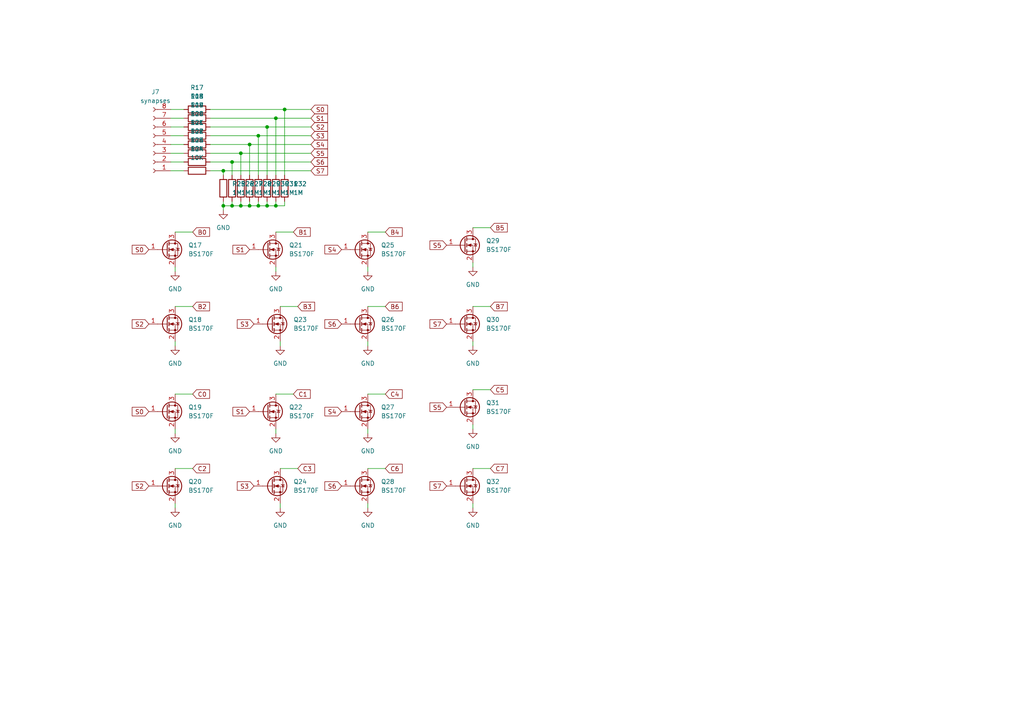
<source format=kicad_sch>
(kicad_sch (version 20230121) (generator eeschema)
  (paper "A4")
  (lib_symbols
    (symbol "Connector:Conn_01x08_Socket" (pin_names (offset 1.016) hide)
      (property "Reference" "J" (at 0 10.16 0))
      (property "Value" "Conn_01x08_Socket" (at 0 -12.7 0))
      (symbol "Conn_01x08_Socket_1_1"
        (arc (start 0 -9.652) (mid -0.5058 -10.16) (end 0 -10.668) (stroke (width 0.1524)))
        (arc (start 0 -7.112) (mid -0.5058 -7.62) (end 0 -8.128) (stroke (width 0.1524)))
        (arc (start 0 -4.572) (mid -0.5058 -5.08) (end 0 -5.588) (stroke (width 0.1524)))
        (arc (start 0 -2.032) (mid -0.5058 -2.54) (end 0 -3.048) (stroke (width 0.1524)))
        (polyline (pts (xy -1.27 -10.16) (xy -0.508 -10.16)) (stroke (width 0.1524)))
        (polyline (pts (xy -1.27 -7.62) (xy -0.508 -7.62)) (stroke (width 0.1524)))
        (polyline (pts (xy -1.27 -5.08) (xy -0.508 -5.08)) (stroke (width 0.1524)))
        (polyline (pts (xy -1.27 -2.54) (xy -0.508 -2.54)) (stroke (width 0.1524)))
        (polyline (pts (xy -1.27 0) (xy -0.508 0)) (stroke (width 0.1524)))
        (polyline (pts (xy -1.27 2.54) (xy -0.508 2.54)) (stroke (width 0.1524)))
        (polyline (pts (xy -1.27 5.08) (xy -0.508 5.08)) (stroke (width 0.1524)))
        (polyline (pts (xy -1.27 7.62) (xy -0.508 7.62)) (stroke (width 0.1524)))
        (arc (start 0 0.508) (mid -0.5058 0) (end 0 -0.508) (stroke (width 0.1524)))
        (arc (start 0 3.048) (mid -0.5058 2.54) (end 0 2.032) (stroke (width 0.1524)))
        (arc (start 0 5.588) (mid -0.5058 5.08) (end 0 4.572) (stroke (width 0.1524)))
        (arc (start 0 8.128) (mid -0.5058 7.62) (end 0 7.112) (stroke (width 0.1524)))
        (pin passive line (at -5.08 7.62 0) (length 3.81) (name "Pin_1") (number "1"))
        (pin passive line (at -5.08 5.08 0) (length 3.81) (name "Pin_2") (number "2"))
        (pin passive line (at -5.08 2.54 0) (length 3.81) (name "Pin_3") (number "3"))
        (pin passive line (at -5.08 0 0) (length 3.81) (name "Pin_4") (number "4"))
        (pin passive line (at -5.08 -2.54 0) (length 3.81) (name "Pin_5") (number "5"))
        (pin passive line (at -5.08 -5.08 0) (length 3.81) (name "Pin_6") (number "6"))
        (pin passive line (at -5.08 -7.62 0) (length 3.81) (name "Pin_7") (number "7"))
        (pin passive line (at -5.08 -10.16 0) (length 3.81) (name "Pin_8") (number "8"))
      )
    )
    (symbol "Device:R" (pin_numbers hide) (pin_names (offset 0))
      (property "Reference" "R" (at 2.032 0 90))
      (property "Value" "R" (at 0 0 90))
      (symbol "R_0_1"
        (rectangle (start -1.016 -2.54) (end 1.016 2.54) (stroke (width 0.254)))
      )
      (symbol "R_1_1"
        (pin passive line (at 0 3.81 270) (length 1.27) (name "~") (number "1"))
        (pin passive line (at 0 -3.81 90) (length 1.27) (name "~") (number "2"))
      )
    )
    (symbol "Transistor_FET:BS170F" (pin_names hide)
      (property "Reference" "Q" (at 5.08 1.905 0))
      (property "Value" "BS170F" (at 5.08 0 0))
      (symbol "BS170F_0_1"
        (polyline (pts (xy 0.254 0) (xy -2.54 0)))
        (polyline (pts (xy 0.254 1.905) (xy 0.254 -1.905)) (stroke (width 0.254)))
        (polyline (pts (xy 0.762 -1.27) (xy 0.762 -2.286)) (stroke (width 0.254)))
        (polyline (pts (xy 0.762 0.508) (xy 0.762 -0.508)) (stroke (width 0.254)))
        (polyline (pts (xy 0.762 2.286) (xy 0.762 1.27)) (stroke (width 0.254)))
        (polyline (pts (xy 2.54 2.54) (xy 2.54 1.778)))
        (polyline (pts (xy 2.54 -2.54) (xy 2.54 0) (xy 0.762 0)))
        (polyline (pts (xy 0.762 -1.778) (xy 3.302 -1.778) (xy 3.302 1.778) (xy 0.762 1.778)))
        (polyline (pts (xy 1.016 0) (xy 2.032 0.381) (xy 2.032 -0.381) (xy 1.016 0)) (fill (type outline)))
        (polyline (pts (xy 2.794 0.508) (xy 2.921 0.381) (xy 3.683 0.381) (xy 3.81 0.254)))
        (polyline (pts (xy 3.302 0.381) (xy 2.921 -0.254) (xy 3.683 -0.254) (xy 3.302 0.381)))
        (circle (center 1.651 0) (radius 2.794) (stroke (width 0.254)))
        (circle (center 2.54 -1.778) (radius 0.254) (fill (type outline)))
        (circle (center 2.54 1.778) (radius 0.254) (fill (type outline)))
      )
      (symbol "BS170F_1_1"
        (pin input line (at -5.08 0 0) (length 2.54) (name "G") (number "1"))
        (pin passive line (at 2.54 -5.08 90) (length 2.54) (name "S") (number "2"))
        (pin passive line (at 2.54 5.08 270) (length 2.54) (name "D") (number "3"))
      )
    )
    (symbol "power:GND" (power) (pin_names (offset 0))
      (property "Value" "GND" (at 0 -3.81 0))
      (symbol "GND_0_1"
        (polyline (pts (xy 0 0) (xy 0 -1.27) (xy 1.27 -1.27) (xy 0 -2.54) (xy -1.27 -1.27) (xy 0 -1.27)))
      )
      (symbol "GND_1_1"
        (pin power_in line (at 0 0 270) (length 0) hide (name "GND") (number "1"))
      )
    )
  )
  (junction (at 72.39 59.69))
  (junction (at 74.93 59.69))
  (junction (at 67.31 46.99))
  (junction (at 77.47 36.83))
  (junction (at 77.47 59.69))
  (junction (at 67.31 59.69))
  (junction (at 80.01 59.69))
  (junction (at 69.85 44.45))
  (junction (at 64.77 49.53))
  (junction (at 82.55 31.75))
  (junction (at 80.01 34.29))
  (junction (at 74.93 39.37))
  (junction (at 69.85 59.69))
  (junction (at 64.77 59.69))
  (junction (at 72.39 41.91))
  (wire (pts (xy 64.77 58.42) (xy 64.77 59.69)))
  (wire (pts (xy 72.39 58.42) (xy 72.39 59.69)))
  (wire (pts (xy 72.39 41.91) (xy 72.39 50.8)))
  (wire (pts (xy 137.16 66.04) (xy 142.24 66.04)))
  (wire (pts (xy 80.01 124.46) (xy 80.01 125.73)))
  (wire (pts (xy 137.16 135.89) (xy 142.24 135.89)))
  (wire (pts (xy 82.55 31.75) (xy 82.55 50.8)))
  (wire (pts (xy 137.16 88.9) (xy 142.24 88.9)))
  (wire (pts (xy 106.68 146.05) (xy 106.68 147.32)))
  (wire (pts (xy 106.68 88.9) (xy 111.76 88.9)))
  (wire (pts (xy 82.55 58.42) (xy 82.55 59.69)))
  (wire (pts (xy 80.01 77.47) (xy 80.01 78.74)))
  (wire (pts (xy 137.16 99.06) (xy 137.16 100.33)))
  (wire (pts (xy 106.68 77.47) (xy 106.68 78.74)))
  (wire (pts (xy 80.01 114.3) (xy 85.09 114.3)))
  (wire (pts (xy 60.96 46.99) (xy 67.31 46.99)))
  (wire (pts (xy 80.01 58.42) (xy 80.01 59.69)))
  (wire (pts (xy 82.55 31.75) (xy 90.17 31.75)))
  (wire (pts (xy 67.31 46.99) (xy 90.17 46.99)))
  (wire (pts (xy 77.47 58.42) (xy 77.47 59.69)))
  (wire (pts (xy 74.93 39.37) (xy 74.93 50.8)))
  (wire (pts (xy 60.96 49.53) (xy 64.77 49.53)))
  (wire (pts (xy 74.93 58.42) (xy 74.93 59.69)))
  (wire (pts (xy 81.28 99.06) (xy 81.28 100.33)))
  (wire (pts (xy 49.53 49.53) (xy 53.34 49.53)))
  (wire (pts (xy 69.85 44.45) (xy 90.17 44.45)))
  (wire (pts (xy 49.53 39.37) (xy 53.34 39.37)))
  (wire (pts (xy 50.8 67.31) (xy 55.88 67.31)))
  (wire (pts (xy 77.47 59.69) (xy 80.01 59.69)))
  (wire (pts (xy 60.96 36.83) (xy 77.47 36.83)))
  (wire (pts (xy 60.96 31.75) (xy 82.55 31.75)))
  (wire (pts (xy 81.28 146.05) (xy 81.28 147.32)))
  (wire (pts (xy 49.53 36.83) (xy 53.34 36.83)))
  (wire (pts (xy 106.68 135.89) (xy 111.76 135.89)))
  (wire (pts (xy 77.47 36.83) (xy 77.47 50.8)))
  (wire (pts (xy 49.53 44.45) (xy 53.34 44.45)))
  (wire (pts (xy 49.53 34.29) (xy 53.34 34.29)))
  (wire (pts (xy 80.01 59.69) (xy 82.55 59.69)))
  (wire (pts (xy 67.31 46.99) (xy 67.31 50.8)))
  (wire (pts (xy 60.96 34.29) (xy 80.01 34.29)))
  (wire (pts (xy 69.85 58.42) (xy 69.85 59.69)))
  (wire (pts (xy 77.47 36.83) (xy 90.17 36.83)))
  (wire (pts (xy 81.28 88.9) (xy 86.36 88.9)))
  (wire (pts (xy 64.77 49.53) (xy 64.77 50.8)))
  (wire (pts (xy 60.96 41.91) (xy 72.39 41.91)))
  (wire (pts (xy 49.53 41.91) (xy 53.34 41.91)))
  (wire (pts (xy 49.53 46.99) (xy 53.34 46.99)))
  (wire (pts (xy 50.8 114.3) (xy 55.88 114.3)))
  (wire (pts (xy 50.8 77.47) (xy 50.8 78.74)))
  (wire (pts (xy 74.93 39.37) (xy 90.17 39.37)))
  (wire (pts (xy 49.53 31.75) (xy 53.34 31.75)))
  (wire (pts (xy 137.16 146.05) (xy 137.16 147.32)))
  (wire (pts (xy 74.93 59.69) (xy 77.47 59.69)))
  (wire (pts (xy 72.39 59.69) (xy 74.93 59.69)))
  (wire (pts (xy 60.96 44.45) (xy 69.85 44.45)))
  (wire (pts (xy 137.16 123.19) (xy 137.16 124.46)))
  (wire (pts (xy 64.77 59.69) (xy 67.31 59.69)))
  (wire (pts (xy 106.68 124.46) (xy 106.68 125.73)))
  (wire (pts (xy 80.01 67.31) (xy 85.09 67.31)))
  (wire (pts (xy 67.31 59.69) (xy 69.85 59.69)))
  (wire (pts (xy 106.68 67.31) (xy 111.76 67.31)))
  (wire (pts (xy 69.85 59.69) (xy 72.39 59.69)))
  (wire (pts (xy 50.8 124.46) (xy 50.8 125.73)))
  (wire (pts (xy 50.8 146.05) (xy 50.8 147.32)))
  (wire (pts (xy 69.85 44.45) (xy 69.85 50.8)))
  (wire (pts (xy 50.8 99.06) (xy 50.8 100.33)))
  (wire (pts (xy 137.16 113.03) (xy 142.24 113.03)))
  (wire (pts (xy 64.77 59.69) (xy 64.77 60.96)))
  (wire (pts (xy 137.16 76.2) (xy 137.16 77.47)))
  (wire (pts (xy 67.31 59.69) (xy 67.31 58.42)))
  (wire (pts (xy 50.8 88.9) (xy 55.88 88.9)))
  (wire (pts (xy 106.68 99.06) (xy 106.68 100.33)))
  (wire (pts (xy 80.01 34.29) (xy 80.01 50.8)))
  (wire (pts (xy 81.28 135.89) (xy 86.36 135.89)))
  (wire (pts (xy 106.68 114.3) (xy 111.76 114.3)))
  (wire (pts (xy 50.8 135.89) (xy 55.88 135.89)))
  (wire (pts (xy 64.77 49.53) (xy 90.17 49.53)))
  (wire (pts (xy 72.39 41.91) (xy 90.17 41.91)))
  (wire (pts (xy 60.96 39.37) (xy 74.93 39.37)))
  (wire (pts (xy 80.01 34.29) (xy 90.17 34.29)))
  (global_label "S3" (shape input) (at 90.17 39.37 0) (property "Intersheetrefs" "${INTERSHEET_REFS}" (effects hide)))
  (global_label "S5" (shape input) (at 90.17 44.45 0) (property "Intersheetrefs" "${INTERSHEET_REFS}" (effects hide)))
  (global_label "B0" (shape input) (at 55.88 67.31 0) (property "Intersheetrefs" "${INTERSHEET_REFS}" (effects hide)))
  (global_label "C5" (shape input) (at 142.24 113.03 0) (property "Intersheetrefs" "${INTERSHEET_REFS}" (effects hide)))
  (global_label "S6" (shape input) (at 99.06 140.97 180) (property "Intersheetrefs" "${INTERSHEET_REFS}" (effects hide)))
  (global_label "B1" (shape input) (at 85.09 67.31 0) (property "Intersheetrefs" "${INTERSHEET_REFS}" (effects hide)))
  (global_label "B5" (shape input) (at 142.24 66.04 0) (property "Intersheetrefs" "${INTERSHEET_REFS}" (effects hide)))
  (global_label "B6" (shape input) (at 111.76 88.9 0) (property "Intersheetrefs" "${INTERSHEET_REFS}" (effects hide)))
  (global_label "S1" (shape input) (at 72.39 72.39 180) (property "Intersheetrefs" "${INTERSHEET_REFS}" (effects hide)))
  (global_label "B4" (shape input) (at 111.76 67.31 0) (property "Intersheetrefs" "${INTERSHEET_REFS}" (effects hide)))
  (global_label "B3" (shape input) (at 86.36 88.9 0) (property "Intersheetrefs" "${INTERSHEET_REFS}" (effects hide)))
  (global_label "S4" (shape input) (at 99.06 72.39 180) (property "Intersheetrefs" "${INTERSHEET_REFS}" (effects hide)))
  (global_label "C1" (shape input) (at 85.09 114.3 0) (property "Intersheetrefs" "${INTERSHEET_REFS}" (effects hide)))
  (global_label "S7" (shape input) (at 90.17 49.53 0) (property "Intersheetrefs" "${INTERSHEET_REFS}" (effects hide)))
  (global_label "S0" (shape input) (at 90.17 31.75 0) (property "Intersheetrefs" "${INTERSHEET_REFS}" (effects hide)))
  (global_label "S2" (shape input) (at 43.18 93.98 180) (property "Intersheetrefs" "${INTERSHEET_REFS}" (effects hide)))
  (global_label "C4" (shape input) (at 111.76 114.3 0) (property "Intersheetrefs" "${INTERSHEET_REFS}" (effects hide)))
  (global_label "C0" (shape input) (at 55.88 114.3 0) (property "Intersheetrefs" "${INTERSHEET_REFS}" (effects hide)))
  (global_label "S5" (shape input) (at 129.54 118.11 180) (property "Intersheetrefs" "${INTERSHEET_REFS}" (effects hide)))
  (global_label "C6" (shape input) (at 111.76 135.89 0) (property "Intersheetrefs" "${INTERSHEET_REFS}" (effects hide)))
  (global_label "S2" (shape input) (at 90.17 36.83 0) (property "Intersheetrefs" "${INTERSHEET_REFS}" (effects hide)))
  (global_label "S6" (shape input) (at 99.06 93.98 180) (property "Intersheetrefs" "${INTERSHEET_REFS}" (effects hide)))
  (global_label "S7" (shape input) (at 129.54 93.98 180) (property "Intersheetrefs" "${INTERSHEET_REFS}" (effects hide)))
  (global_label "B2" (shape input) (at 55.88 88.9 0) (property "Intersheetrefs" "${INTERSHEET_REFS}" (effects hide)))
  (global_label "S5" (shape input) (at 129.54 71.12 180) (property "Intersheetrefs" "${INTERSHEET_REFS}" (effects hide)))
  (global_label "S7" (shape input) (at 129.54 140.97 180) (property "Intersheetrefs" "${INTERSHEET_REFS}" (effects hide)))
  (global_label "S3" (shape input) (at 73.66 93.98 180) (property "Intersheetrefs" "${INTERSHEET_REFS}" (effects hide)))
  (global_label "S0" (shape input) (at 43.18 119.38 180) (property "Intersheetrefs" "${INTERSHEET_REFS}" (effects hide)))
  (global_label "C3" (shape input) (at 86.36 135.89 0) (property "Intersheetrefs" "${INTERSHEET_REFS}" (effects hide)))
  (global_label "S1" (shape input) (at 90.17 34.29 0) (property "Intersheetrefs" "${INTERSHEET_REFS}" (effects hide)))
  (global_label "S4" (shape input) (at 90.17 41.91 0) (property "Intersheetrefs" "${INTERSHEET_REFS}" (effects hide)))
  (global_label "B7" (shape input) (at 142.24 88.9 0) (property "Intersheetrefs" "${INTERSHEET_REFS}" (effects hide)))
  (global_label "S0" (shape input) (at 43.18 72.39 180) (property "Intersheetrefs" "${INTERSHEET_REFS}" (effects hide)))
  (global_label "S4" (shape input) (at 99.06 119.38 180) (property "Intersheetrefs" "${INTERSHEET_REFS}" (effects hide)))
  (global_label "S1" (shape input) (at 72.39 119.38 180) (property "Intersheetrefs" "${INTERSHEET_REFS}" (effects hide)))
  (global_label "S3" (shape input) (at 73.66 140.97 180) (property "Intersheetrefs" "${INTERSHEET_REFS}" (effects hide)))
  (global_label "S6" (shape input) (at 90.17 46.99 0) (property "Intersheetrefs" "${INTERSHEET_REFS}" (effects hide)))
  (global_label "C7" (shape input) (at 142.24 135.89 0) (property "Intersheetrefs" "${INTERSHEET_REFS}" (effects hide)))
  (global_label "S2" (shape input) (at 43.18 140.97 180) (property "Intersheetrefs" "${INTERSHEET_REFS}" (effects hide)))
  (global_label "C2" (shape input) (at 55.88 135.89 0) (property "Intersheetrefs" "${INTERSHEET_REFS}" (effects hide)))
  (symbol (lib_id "Transistor_FET:BS170F") (at 134.62 118.11 0) (unit 1)
    (property "Reference" "Q31" (at 140.97 116.84 0) (effects (justify left)))
    (property "Value" "BS170F" (at 140.97 119.38 0) (effects (justify left)))
    (property "Footprint" "Package_TO_SOT_SMD:SOT-23" (effects hide))
    (property "Datasheet" "http://www.diodes.com/assets/Datasheets/BS170F.pdf" (effects hide))
  )
  (symbol (lib_id "Transistor_FET:BS170F") (at 134.62 140.97 0) (unit 1)
    (property "Reference" "Q32" (at 140.97 139.7 0) (effects (justify left)))
    (property "Value" "BS170F" (at 140.97 142.24 0) (effects (justify left)))
    (property "Footprint" "Package_TO_SOT_SMD:SOT-23" (effects hide))
    (property "Datasheet" "http://www.diodes.com/assets/Datasheets/BS170F.pdf" (effects hide))
  )
  (symbol (lib_id "Transistor_FET:BS170F") (at 48.26 72.39 0) (unit 1)
    (property "Reference" "Q17" (at 54.61 71.12 0) (effects (justify left)))
    (property "Value" "BS170F" (at 54.61 73.66 0) (effects (justify left)))
    (property "Footprint" "Package_TO_SOT_SMD:SOT-23" (effects hide))
    (property "Datasheet" "http://www.diodes.com/assets/Datasheets/BS170F.pdf" (effects hide))
  )
  (symbol (lib_id "Connector:Conn_01x08_Socket") (at 44.45 41.91 180) (unit 1)
    (property "Reference" "J7" (at 45.085 26.67 0))
    (property "Value" "synapses" (at 45.085 29.21 0))
    (property "Footprint" "Connector_PinHeader_2.54mm:PinHeader_1x08_P2.54mm_Vertical" (effects hide))
  )
  (symbol (lib_id "power:GND") (at 50.8 78.74 0) (unit 1)
    (property "Reference" "#PWR018" (effects hide))
    (property "Value" "GND" (at 50.8 83.82 0))
  )
  (symbol (lib_id "Transistor_FET:BS170F") (at 104.14 119.38 0) (unit 1)
    (property "Reference" "Q27" (at 110.49 118.11 0) (effects (justify left)))
    (property "Value" "BS170F" (at 110.49 120.65 0) (effects (justify left)))
    (property "Footprint" "Package_TO_SOT_SMD:SOT-23" (effects hide))
    (property "Datasheet" "http://www.diodes.com/assets/Datasheets/BS170F.pdf" (effects hide))
  )
  (symbol (lib_id "power:GND") (at 106.68 125.73 0) (unit 1)
    (property "Reference" "#PWR029" (effects hide))
    (property "Value" "GND" (at 106.68 130.81 0))
  )
  (symbol (lib_id "power:GND") (at 81.28 147.32 0) (unit 1)
    (property "Reference" "#PWR026" (effects hide))
    (property "Value" "GND" (at 81.28 152.4 0))
  )
  (symbol (lib_id "Device:R") (at 57.15 41.91 90) (unit 1)
    (property "Reference" "R21" (at 57.15 35.56 90))
    (property "Value" "10K" (at 57.15 38.1 90))
    (property "Footprint" "Resistor_SMD:R_0805_2012Metric" (effects hide))
  )
  (symbol (lib_id "Device:R") (at 82.55 54.61 180) (unit 1)
    (property "Reference" "R32" (at 85.09 53.34 0) (effects (justify right)))
    (property "Value" "1M" (at 85.09 55.88 0) (effects (justify right)))
    (property "Footprint" "Resistor_SMD:R_0805_2012Metric" (effects hide))
  )
  (symbol (lib_id "Device:R") (at 67.31 54.61 180) (unit 1)
    (property "Reference" "R26" (at 69.85 53.34 0) (effects (justify right)))
    (property "Value" "1M" (at 69.85 55.88 0) (effects (justify right)))
    (property "Footprint" "Resistor_SMD:R_0805_2012Metric" (effects hide))
  )
  (symbol (lib_id "Transistor_FET:BS170F") (at 104.14 140.97 0) (unit 1)
    (property "Reference" "Q28" (at 110.49 139.7 0) (effects (justify left)))
    (property "Value" "BS170F" (at 110.49 142.24 0) (effects (justify left)))
    (property "Footprint" "Package_TO_SOT_SMD:SOT-23" (effects hide))
    (property "Datasheet" "http://www.diodes.com/assets/Datasheets/BS170F.pdf" (effects hide))
  )
  (symbol (lib_id "Device:R") (at 57.15 49.53 90) (unit 1)
    (property "Reference" "R24" (at 57.15 43.18 90))
    (property "Value" "10K" (at 57.15 45.72 90))
    (property "Footprint" "Resistor_SMD:R_0805_2012Metric" (effects hide))
  )
  (symbol (lib_id "Transistor_FET:BS170F") (at 78.74 93.98 0) (unit 1)
    (property "Reference" "Q23" (at 85.09 92.71 0) (effects (justify left)))
    (property "Value" "BS170F" (at 85.09 95.25 0) (effects (justify left)))
    (property "Footprint" "Package_TO_SOT_SMD:SOT-23" (effects hide))
    (property "Datasheet" "http://www.diodes.com/assets/Datasheets/BS170F.pdf" (effects hide))
  )
  (symbol (lib_id "Device:R") (at 64.77 54.61 180) (unit 1)
    (property "Reference" "R25" (at 67.31 53.34 0) (effects (justify right)))
    (property "Value" "1M" (at 67.31 55.88 0) (effects (justify right)))
    (property "Footprint" "Resistor_SMD:R_0805_2012Metric" (effects hide))
  )
  (symbol (lib_id "Transistor_FET:BS170F") (at 104.14 72.39 0) (unit 1)
    (property "Reference" "Q25" (at 110.49 71.12 0) (effects (justify left)))
    (property "Value" "BS170F" (at 110.49 73.66 0) (effects (justify left)))
    (property "Footprint" "Package_TO_SOT_SMD:SOT-23" (effects hide))
    (property "Datasheet" "http://www.diodes.com/assets/Datasheets/BS170F.pdf" (effects hide))
  )
  (symbol (lib_id "Transistor_FET:BS170F") (at 77.47 72.39 0) (unit 1)
    (property "Reference" "Q21" (at 83.82 71.12 0) (effects (justify left)))
    (property "Value" "BS170F" (at 83.82 73.66 0) (effects (justify left)))
    (property "Footprint" "Package_TO_SOT_SMD:SOT-23" (effects hide))
    (property "Datasheet" "http://www.diodes.com/assets/Datasheets/BS170F.pdf" (effects hide))
  )
  (symbol (lib_id "Device:R") (at 57.15 34.29 90) (unit 1)
    (property "Reference" "R18" (at 57.15 27.94 90))
    (property "Value" "10K" (at 57.15 30.48 90))
    (property "Footprint" "Resistor_SMD:R_0805_2012Metric" (effects hide))
  )
  (symbol (lib_id "Device:R") (at 72.39 54.61 180) (unit 1)
    (property "Reference" "R28" (at 74.93 53.34 0) (effects (justify right)))
    (property "Value" "1M" (at 74.93 55.88 0) (effects (justify right)))
    (property "Footprint" "Resistor_SMD:R_0805_2012Metric" (effects hide))
  )
  (symbol (lib_id "power:GND") (at 137.16 147.32 0) (unit 1)
    (property "Reference" "#PWR034" (effects hide))
    (property "Value" "GND" (at 137.16 152.4 0))
  )
  (symbol (lib_id "Transistor_FET:BS170F") (at 48.26 119.38 0) (unit 1)
    (property "Reference" "Q19" (at 54.61 118.11 0) (effects (justify left)))
    (property "Value" "BS170F" (at 54.61 120.65 0) (effects (justify left)))
    (property "Footprint" "Package_TO_SOT_SMD:SOT-23" (effects hide))
    (property "Datasheet" "http://www.diodes.com/assets/Datasheets/BS170F.pdf" (effects hide))
  )
  (symbol (lib_id "Device:R") (at 57.15 44.45 90) (unit 1)
    (property "Reference" "R22" (at 57.15 38.1 90))
    (property "Value" "10K" (at 57.15 40.64 90))
    (property "Footprint" "Resistor_SMD:R_0805_2012Metric" (effects hide))
  )
  (symbol (lib_id "power:GND") (at 137.16 124.46 0) (unit 1)
    (property "Reference" "#PWR033" (effects hide))
    (property "Value" "GND" (at 137.16 129.54 0))
  )
  (symbol (lib_id "Device:R") (at 57.15 46.99 90) (unit 1)
    (property "Reference" "R23" (at 57.15 40.64 90))
    (property "Value" "10K" (at 57.15 43.18 90))
    (property "Footprint" "Resistor_SMD:R_0805_2012Metric" (effects hide))
  )
  (symbol (lib_id "power:GND") (at 80.01 78.74 0) (unit 1)
    (property "Reference" "#PWR023" (effects hide))
    (property "Value" "GND" (at 80.01 83.82 0))
  )
  (symbol (lib_id "Device:R") (at 77.47 54.61 180) (unit 1)
    (property "Reference" "R30" (at 80.01 53.34 0) (effects (justify right)))
    (property "Value" "1M" (at 80.01 55.88 0) (effects (justify right)))
    (property "Footprint" "Resistor_SMD:R_0805_2012Metric" (effects hide))
  )
  (symbol (lib_id "power:GND") (at 50.8 147.32 0) (unit 1)
    (property "Reference" "#PWR021" (effects hide))
    (property "Value" "GND" (at 50.8 152.4 0))
  )
  (symbol (lib_id "Device:R") (at 69.85 54.61 180) (unit 1)
    (property "Reference" "R27" (at 72.39 53.34 0) (effects (justify right)))
    (property "Value" "1M" (at 72.39 55.88 0) (effects (justify right)))
    (property "Footprint" "Resistor_SMD:R_0805_2012Metric" (effects hide))
  )
  (symbol (lib_id "power:GND") (at 81.28 100.33 0) (unit 1)
    (property "Reference" "#PWR025" (effects hide))
    (property "Value" "GND" (at 81.28 105.41 0))
  )
  (symbol (lib_id "Transistor_FET:BS170F") (at 78.74 140.97 0) (unit 1)
    (property "Reference" "Q24" (at 85.09 139.7 0) (effects (justify left)))
    (property "Value" "BS170F" (at 85.09 142.24 0) (effects (justify left)))
    (property "Footprint" "Package_TO_SOT_SMD:SOT-23" (effects hide))
    (property "Datasheet" "http://www.diodes.com/assets/Datasheets/BS170F.pdf" (effects hide))
  )
  (symbol (lib_id "power:GND") (at 137.16 77.47 0) (unit 1)
    (property "Reference" "#PWR031" (effects hide))
    (property "Value" "GND" (at 137.16 82.55 0))
  )
  (symbol (lib_id "Transistor_FET:BS170F") (at 104.14 93.98 0) (unit 1)
    (property "Reference" "Q26" (at 110.49 92.71 0) (effects (justify left)))
    (property "Value" "BS170F" (at 110.49 95.25 0) (effects (justify left)))
    (property "Footprint" "Package_TO_SOT_SMD:SOT-23" (effects hide))
    (property "Datasheet" "http://www.diodes.com/assets/Datasheets/BS170F.pdf" (effects hide))
  )
  (symbol (lib_id "Transistor_FET:BS170F") (at 48.26 93.98 0) (unit 1)
    (property "Reference" "Q18" (at 54.61 92.71 0) (effects (justify left)))
    (property "Value" "BS170F" (at 54.61 95.25 0) (effects (justify left)))
    (property "Footprint" "Package_TO_SOT_SMD:SOT-23" (effects hide))
    (property "Datasheet" "http://www.diodes.com/assets/Datasheets/BS170F.pdf" (effects hide))
  )
  (symbol (lib_id "Device:R") (at 74.93 54.61 180) (unit 1)
    (property "Reference" "R29" (at 77.47 53.34 0) (effects (justify right)))
    (property "Value" "1M" (at 77.47 55.88 0) (effects (justify right)))
    (property "Footprint" "Resistor_SMD:R_0805_2012Metric" (effects hide))
  )
  (symbol (lib_id "power:GND") (at 106.68 78.74 0) (unit 1)
    (property "Reference" "#PWR027" (effects hide))
    (property "Value" "GND" (at 106.68 83.82 0))
  )
  (symbol (lib_id "power:GND") (at 64.77 60.96 0) (unit 1)
    (property "Reference" "#PWR022" (effects hide))
    (property "Value" "GND" (at 64.77 66.04 0))
  )
  (symbol (lib_id "power:GND") (at 50.8 100.33 0) (unit 1)
    (property "Reference" "#PWR019" (effects hide))
    (property "Value" "GND" (at 50.8 105.41 0))
  )
  (symbol (lib_id "Device:R") (at 57.15 39.37 90) (unit 1)
    (property "Reference" "R20" (at 57.15 33.02 90))
    (property "Value" "10K" (at 57.15 35.56 90))
    (property "Footprint" "Resistor_SMD:R_0805_2012Metric" (effects hide))
  )
  (symbol (lib_id "power:GND") (at 137.16 100.33 0) (unit 1)
    (property "Reference" "#PWR032" (effects hide))
    (property "Value" "GND" (at 137.16 105.41 0))
  )
  (symbol (lib_id "power:GND") (at 106.68 100.33 0) (unit 1)
    (property "Reference" "#PWR028" (effects hide))
    (property "Value" "GND" (at 106.68 105.41 0))
  )
  (symbol (lib_id "Device:R") (at 57.15 36.83 90) (unit 1)
    (property "Reference" "R19" (at 57.15 30.48 90))
    (property "Value" "10K" (at 57.15 33.02 90))
    (property "Footprint" "Resistor_SMD:R_0805_2012Metric" (effects hide))
  )
  (symbol (lib_id "power:GND") (at 106.68 147.32 0) (unit 1)
    (property "Reference" "#PWR030" (effects hide))
    (property "Value" "GND" (at 106.68 152.4 0))
  )
  (symbol (lib_id "Device:R") (at 57.15 31.75 90) (unit 1)
    (property "Reference" "R17" (at 57.15 25.4 90))
    (property "Value" "10K" (at 57.15 27.94 90))
    (property "Footprint" "Resistor_SMD:R_0805_2012Metric" (effects hide))
  )
  (symbol (lib_id "Transistor_FET:BS170F") (at 134.62 71.12 0) (unit 1)
    (property "Reference" "Q29" (at 140.97 69.85 0) (effects (justify left)))
    (property "Value" "BS170F" (at 140.97 72.39 0) (effects (justify left)))
    (property "Footprint" "Package_TO_SOT_SMD:SOT-23" (effects hide))
    (property "Datasheet" "http://www.diodes.com/assets/Datasheets/BS170F.pdf" (effects hide))
  )
  (symbol (lib_id "Transistor_FET:BS170F") (at 48.26 140.97 0) (unit 1)
    (property "Reference" "Q20" (at 54.61 139.7 0) (effects (justify left)))
    (property "Value" "BS170F" (at 54.61 142.24 0) (effects (justify left)))
    (property "Footprint" "Package_TO_SOT_SMD:SOT-23" (effects hide))
    (property "Datasheet" "http://www.diodes.com/assets/Datasheets/BS170F.pdf" (effects hide))
  )
  (symbol (lib_id "Device:R") (at 80.01 54.61 180) (unit 1)
    (property "Reference" "R31" (at 82.55 53.34 0) (effects (justify right)))
    (property "Value" "1M" (at 82.55 55.88 0) (effects (justify right)))
    (property "Footprint" "Resistor_SMD:R_0805_2012Metric" (effects hide))
  )
  (symbol (lib_id "power:GND") (at 80.01 125.73 0) (unit 1)
    (property "Reference" "#PWR024" (effects hide))
    (property "Value" "GND" (at 80.01 130.81 0))
  )
  (symbol (lib_id "power:GND") (at 50.8 125.73 0) (unit 1)
    (property "Reference" "#PWR020" (effects hide))
    (property "Value" "GND" (at 50.8 130.81 0))
  )
  (symbol (lib_id "Transistor_FET:BS170F") (at 134.62 93.98 0) (unit 1)
    (property "Reference" "Q30" (at 140.97 92.71 0) (effects (justify left)))
    (property "Value" "BS170F" (at 140.97 95.25 0) (effects (justify left)))
    (property "Footprint" "Package_TO_SOT_SMD:SOT-23" (effects hide))
    (property "Datasheet" "http://www.diodes.com/assets/Datasheets/BS170F.pdf" (effects hide))
  )
  (symbol (lib_id "Transistor_FET:BS170F") (at 77.47 119.38 0) (unit 1)
    (property "Reference" "Q22" (at 83.82 118.11 0) (effects (justify left)))
    (property "Value" "BS170F" (at 83.82 120.65 0) (effects (justify left)))
    (property "Footprint" "Package_TO_SOT_SMD:SOT-23" (effects hide))
    (property "Datasheet" "http://www.diodes.com/assets/Datasheets/BS170F.pdf" (effects hide))
  )
)
</source>
